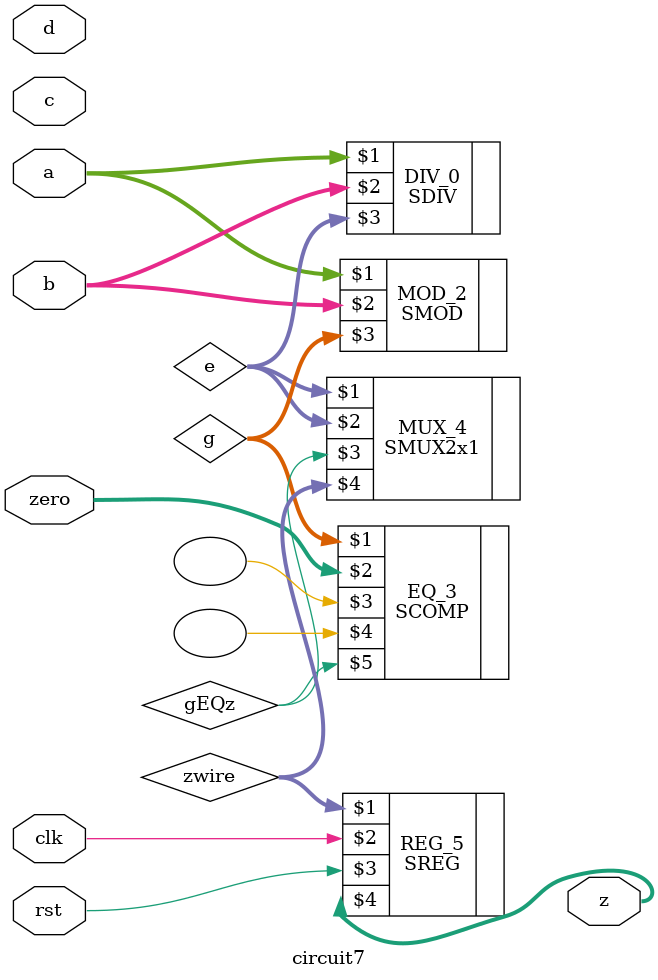
<source format=v>
module circuit7(clk, rst, a, b, c, d, zero, z);

	input clk, rst;
	input signed [63:0] a;
	input signed [63:0] b;
	input signed [63:0] c;
	input signed [63:0] d;
	input signed [63:0] zero;
	output signed [63:0] z;
	wire signed [63:0] e;
	wire signed [63:0] f;
	wire signed [63:0] g;
	wire signed [63:0] zwire;
	wire signed  gEQz;

	SDIV #(64)DIV_0($signed(a), $signed(b), e);
	SDIV #(64)DIV_1($signed(c), $signed(d), f);
	SMOD #(64)MOD_2($signed(a), $signed(b), g);
	SCOMP #(64)EQ_3($signed(g), $signed(zero), , ,gEQz);
	SMUX2x1 #(64)MUX_4(e, e, gEQz, zwire);
	SREG #(64)REG_5($signed(zwire), clk, rst, z);

endmodule


</source>
